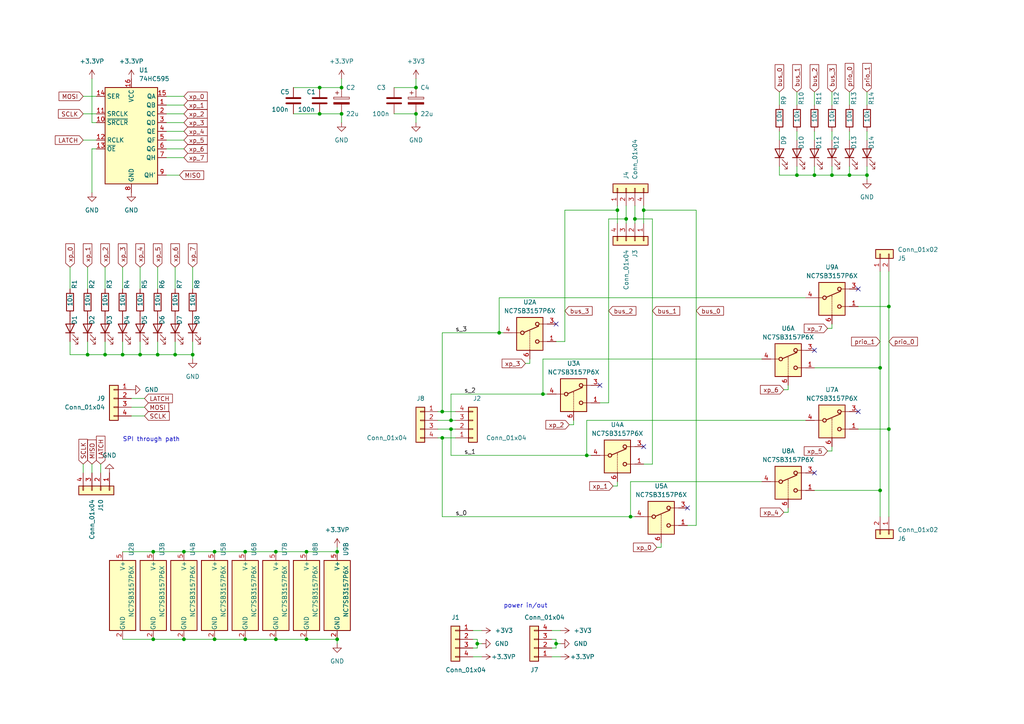
<source format=kicad_sch>
(kicad_sch (version 20230121) (generator eeschema)
  (paper "A4")
  (lib_symbols
    (symbol "74xx:74HC595"
      (property "Reference" "U" (at -7.62 13.97 0))
      (property "Value" "74HC595" (at -7.62 -16.51 0))
      (symbol "74HC595_1_0"
        (pin tri_state line (at 10.16 7.62 180) (length 2.54) (name "QB") (number "1"))
        (pin input line (at -10.16 2.54 0) (length 2.54) (name "~{SRCLR}") (number "10"))
        (pin input line (at -10.16 5.08 0) (length 2.54) (name "SRCLK") (number "11"))
        (pin input line (at -10.16 -2.54 0) (length 2.54) (name "RCLK") (number "12"))
        (pin input line (at -10.16 -5.08 0) (length 2.54) (name "~{OE}") (number "13"))
        (pin input line (at -10.16 10.16 0) (length 2.54) (name "SER") (number "14"))
        (pin tri_state line (at 10.16 10.16 180) (length 2.54) (name "QA") (number "15"))
        (pin power_in line (at 0 15.24 270) (length 2.54) (name "VCC") (number "16"))
        (pin tri_state line (at 10.16 5.08 180) (length 2.54) (name "QC") (number "2"))
        (pin tri_state line (at 10.16 2.54 180) (length 2.54) (name "QD") (number "3"))
        (pin tri_state line (at 10.16 0 180) (length 2.54) (name "QE") (number "4"))
        (pin tri_state line (at 10.16 -2.54 180) (length 2.54) (name "QF") (number "5"))
        (pin tri_state line (at 10.16 -5.08 180) (length 2.54) (name "QG") (number "6"))
        (pin tri_state line (at 10.16 -7.62 180) (length 2.54) (name "QH") (number "7"))
        (pin power_in line (at 0 -17.78 90) (length 2.54) (name "GND") (number "8"))
        (pin output line (at 10.16 -12.7 180) (length 2.54) (name "QH'") (number "9"))
      )
      (symbol "74HC595_1_1"
        (rectangle (start -7.62 12.7) (end 7.62 -15.24) (stroke (width 0.254)) (fill (type background)))
      )
    )
    (symbol "Analog_Switch:NC7SB3157P6X" (pin_names (offset 0.127))
      (property "Reference" "U" (at -3.175 4.699 0))
      (property "Value" "NC7SB3157P6X" (at -3.175 2.921 0))
      (symbol "NC7SB3157P6X_1_1"
        (rectangle (start -3.81 1.905) (end 3.81 -7.62) (stroke (width 0.254)) (fill (type background)))
        (circle (center -2.159 -2.54) (radius 0.508) (stroke (width 0.254)))
        (polyline (pts (xy -5.08 -2.54) (xy -2.794 -2.54)))
        (polyline (pts (xy -1.651 -2.413) (xy 2.54 -0.635)) (stroke (width 0.254)))
        (polyline (pts (xy 0 -7.62) (xy 0 -7.112)))
        (polyline (pts (xy 0 -6.858) (xy 0 -6.604)))
        (polyline (pts (xy 0 -6.35) (xy 0 -6.096)))
        (polyline (pts (xy 0 -5.842) (xy 0 -5.588)))
        (polyline (pts (xy 0 -5.334) (xy 0 -5.08)))
        (polyline (pts (xy 0 -4.826) (xy 0 -4.572)))
        (polyline (pts (xy 0 -4.318) (xy 0 -4.064)))
        (polyline (pts (xy 0 -3.81) (xy 0 -3.556)))
        (polyline (pts (xy 0 -3.302) (xy 0 -3.048)))
        (polyline (pts (xy 0 -2.794) (xy 0 -2.54)))
        (polyline (pts (xy 0 -2.286) (xy 0 -2.032)))
        (polyline (pts (xy 0 -2.286) (xy 0 -2.032)))
        (polyline (pts (xy 5.08 -5.08) (xy 2.794 -5.08)))
        (polyline (pts (xy 5.08 0) (xy 2.794 0)))
        (circle (center 2.159 -5.08) (radius 0.508) (stroke (width 0.254)))
        (circle (center 2.159 0) (radius 0.508) (stroke (width 0.254)))
        (pin passive line (at 7.62 -5.08 180) (length 2.54) (name "~") (number "1"))
        (pin passive line (at 7.62 0 180) (length 2.54) (name "~") (number "3"))
        (pin passive line (at -7.62 -2.54 0) (length 2.54) (name "~") (number "4"))
        (pin input line (at 0 -10.16 90) (length 2.54) (name "~") (number "6"))
      )
      (symbol "NC7SB3157P6X_2_0"
        (pin power_in line (at 0 -12.7 90) (length 2.54) (name "GND") (number "2"))
        (pin power_in line (at 0 12.7 270) (length 2.54) (name "V+") (number "5"))
      )
      (symbol "NC7SB3157P6X_2_1"
        (rectangle (start -3.81 10.16) (end 3.81 -10.16) (stroke (width 0.254)) (fill (type background)))
      )
    )
    (symbol "Connector_Generic:Conn_01x02" (pin_names (offset 1.016) hide)
      (property "Reference" "J" (at 0 2.54 0))
      (property "Value" "Conn_01x02" (at 0 -5.08 0))
      (symbol "Conn_01x02_1_1"
        (rectangle (start -1.27 -2.413) (end 0 -2.667) (stroke (width 0.1524)))
        (rectangle (start -1.27 0.127) (end 0 -0.127) (stroke (width 0.1524)))
        (rectangle (start -1.27 1.27) (end 1.27 -3.81) (stroke (width 0.254)) (fill (type background)))
        (pin passive line (at -5.08 0 0) (length 3.81) (name "Pin_1") (number "1"))
        (pin passive line (at -5.08 -2.54 0) (length 3.81) (name "Pin_2") (number "2"))
      )
    )
    (symbol "Connector_Generic:Conn_01x04" (pin_names (offset 1.016) hide)
      (property "Reference" "J" (at 0 5.08 0))
      (property "Value" "Conn_01x04" (at 0 -7.62 0))
      (symbol "Conn_01x04_1_1"
        (rectangle (start -1.27 -4.953) (end 0 -5.207) (stroke (width 0.1524)))
        (rectangle (start -1.27 -2.413) (end 0 -2.667) (stroke (width 0.1524)))
        (rectangle (start -1.27 0.127) (end 0 -0.127) (stroke (width 0.1524)))
        (rectangle (start -1.27 2.667) (end 0 2.413) (stroke (width 0.1524)))
        (rectangle (start -1.27 3.81) (end 1.27 -6.35) (stroke (width 0.254)) (fill (type background)))
        (pin passive line (at -5.08 2.54 0) (length 3.81) (name "Pin_1") (number "1"))
        (pin passive line (at -5.08 0 0) (length 3.81) (name "Pin_2") (number "2"))
        (pin passive line (at -5.08 -2.54 0) (length 3.81) (name "Pin_3") (number "3"))
        (pin passive line (at -5.08 -5.08 0) (length 3.81) (name "Pin_4") (number "4"))
      )
    )
    (symbol "Device:C" (pin_numbers hide) (pin_names (offset 0.254))
      (property "Reference" "C" (at 0.635 2.54 0))
      (property "Value" "C" (at 0.635 -2.54 0))
      (symbol "C_0_1"
        (polyline (pts (xy -2.032 -0.762) (xy 2.032 -0.762)) (stroke (width 0.508)))
        (polyline (pts (xy -2.032 0.762) (xy 2.032 0.762)) (stroke (width 0.508)))
      )
      (symbol "C_1_1"
        (pin passive line (at 0 3.81 270) (length 2.794) (name "~") (number "1"))
        (pin passive line (at 0 -3.81 90) (length 2.794) (name "~") (number "2"))
      )
    )
    (symbol "Device:C_Polarized" (pin_numbers hide) (pin_names (offset 0.254))
      (property "Reference" "C" (at 0.635 2.54 0))
      (property "Value" "C_Polarized" (at 0.635 -2.54 0))
      (symbol "C_Polarized_0_1"
        (rectangle (start -2.286 0.508) (end 2.286 1.016))
        (polyline (pts (xy -1.778 2.286) (xy -0.762 2.286)))
        (polyline (pts (xy -1.27 2.794) (xy -1.27 1.778)))
        (rectangle (start 2.286 -0.508) (end -2.286 -1.016) (fill (type outline)))
      )
      (symbol "C_Polarized_1_1"
        (pin passive line (at 0 3.81 270) (length 2.794) (name "~") (number "1"))
        (pin passive line (at 0 -3.81 90) (length 2.794) (name "~") (number "2"))
      )
    )
    (symbol "Device:LED" (pin_numbers hide) (pin_names (offset 1.016) hide)
      (property "Reference" "D" (at 0 2.54 0))
      (property "Value" "LED" (at 0 -2.54 0))
      (symbol "LED_0_1"
        (polyline (pts (xy -1.27 -1.27) (xy -1.27 1.27)) (stroke (width 0.254)))
        (polyline (pts (xy -1.27 0) (xy 1.27 0)))
        (polyline (pts (xy 1.27 -1.27) (xy 1.27 1.27) (xy -1.27 0) (xy 1.27 -1.27)) (stroke (width 0.254)))
        (polyline (pts (xy -3.048 -0.762) (xy -4.572 -2.286) (xy -3.81 -2.286) (xy -4.572 -2.286) (xy -4.572 -1.524)))
        (polyline (pts (xy -1.778 -0.762) (xy -3.302 -2.286) (xy -2.54 -2.286) (xy -3.302 -2.286) (xy -3.302 -1.524)))
      )
      (symbol "LED_1_1"
        (pin passive line (at -3.81 0 0) (length 2.54) (name "K") (number "1"))
        (pin passive line (at 3.81 0 180) (length 2.54) (name "A") (number "2"))
      )
    )
    (symbol "Device:R" (pin_numbers hide) (pin_names (offset 0))
      (property "Reference" "R" (at 2.032 0 90))
      (property "Value" "R" (at 0 0 90))
      (symbol "R_0_1"
        (rectangle (start -1.016 -2.54) (end 1.016 2.54) (stroke (width 0.254)))
      )
      (symbol "R_1_1"
        (pin passive line (at 0 3.81 270) (length 1.27) (name "~") (number "1"))
        (pin passive line (at 0 -3.81 90) (length 1.27) (name "~") (number "2"))
      )
    )
    (symbol "power:+3.3VP" (power) (pin_names (offset 0))
      (property "Value" "+3.3VP" (at 0 2.54 0))
      (symbol "+3.3VP_0_0"
        (pin power_in line (at 0 0 90) (length 0) hide (name "+3.3VP") (number "1"))
      )
      (symbol "+3.3VP_0_1"
        (polyline (pts (xy -0.762 1.27) (xy 0 2.54)))
        (polyline (pts (xy 0 0) (xy 0 2.54)))
        (polyline (pts (xy 0 2.54) (xy 0.762 1.27)))
      )
    )
    (symbol "power:+3V3" (power) (pin_names (offset 0))
      (property "Value" "+3V3" (at 0 3.556 0))
      (symbol "+3V3_0_1"
        (polyline (pts (xy -0.762 1.27) (xy 0 2.54)))
        (polyline (pts (xy 0 0) (xy 0 2.54)))
        (polyline (pts (xy 0 2.54) (xy 0.762 1.27)))
      )
      (symbol "+3V3_1_1"
        (pin power_in line (at 0 0 90) (length 0) hide (name "+3V3") (number "1"))
      )
    )
    (symbol "power:GND" (power) (pin_names (offset 0))
      (property "Value" "GND" (at 0 -3.81 0))
      (symbol "GND_0_1"
        (polyline (pts (xy 0 0) (xy 0 -1.27) (xy 1.27 -1.27) (xy 0 -2.54) (xy -1.27 -1.27) (xy 0 -1.27)))
      )
      (symbol "GND_1_1"
        (pin power_in line (at 0 0 270) (length 0) hide (name "GND") (number "1"))
      )
    )
  )
  (junction (at 128.27 127))
  (junction (at 62.23 185.42))
  (junction (at 45.72 102.87))
  (junction (at 99.06 25.4))
  (junction (at 25.4 102.87))
  (junction (at 97.79 185.42))
  (junction (at 184.15 63.5))
  (junction (at 40.64 102.87))
  (junction (at 35.56 102.87))
  (junction (at 92.71 33.02))
  (junction (at 128.27 119.38))
  (junction (at 144.78 96.52))
  (junction (at 50.8 102.87))
  (junction (at 186.69 60.96))
  (junction (at 157.48 114.3))
  (junction (at 53.34 160.02))
  (junction (at 53.34 185.42))
  (junction (at 251.46 50.8))
  (junction (at 99.06 33.02))
  (junction (at 80.01 185.42))
  (junction (at 179.07 60.96))
  (junction (at 130.81 121.92))
  (junction (at 30.48 102.87))
  (junction (at 55.88 102.87))
  (junction (at 62.23 160.02))
  (junction (at 80.01 160.02))
  (junction (at 130.81 124.46))
  (junction (at 255.27 106.68))
  (junction (at 88.9 185.42))
  (junction (at 71.12 185.42))
  (junction (at 88.9 160.02))
  (junction (at 120.65 33.02))
  (junction (at 231.14 50.8))
  (junction (at 257.81 88.9))
  (junction (at 138.43 186.69))
  (junction (at 181.61 63.5))
  (junction (at 246.38 50.8))
  (junction (at 44.45 185.42))
  (junction (at 71.12 160.02))
  (junction (at 44.45 160.02))
  (junction (at 257.81 124.46))
  (junction (at 182.88 149.86))
  (junction (at 92.71 25.4))
  (junction (at 170.18 132.08))
  (junction (at 161.29 186.69))
  (junction (at 236.22 50.8))
  (junction (at 97.79 160.02))
  (junction (at 241.3 50.8))
  (junction (at 255.27 142.24))
  (junction (at 120.65 25.4))
  (no_connect (at 248.92 119.38))
  (no_connect (at 248.92 83.82))
  (no_connect (at 161.29 93.98))
  (no_connect (at 186.69 129.54))
  (no_connect (at 236.22 137.16))
  (no_connect (at 173.99 111.76))
  (no_connect (at 199.39 147.32))
  (no_connect (at 236.22 101.6))
  (wire (pts (xy 236.22 50.8) (xy 241.3 50.8)))
  (wire (pts (xy 85.09 25.4) (xy 92.71 25.4)))
  (wire (pts (xy 20.32 99.06) (xy 20.32 102.87)))
  (wire (pts (xy 53.34 185.42) (xy 62.23 185.42)))
  (wire (pts (xy 236.22 26.67) (xy 236.22 30.48)))
  (wire (pts (xy 25.4 77.47) (xy 25.4 83.82)))
  (wire (pts (xy 24.13 40.64) (xy 27.94 40.64)))
  (wire (pts (xy 246.38 26.67) (xy 246.38 30.48)))
  (wire (pts (xy 45.72 77.47) (xy 45.72 83.82)))
  (wire (pts (xy 226.06 26.67) (xy 226.06 30.48)))
  (wire (pts (xy 181.61 63.5) (xy 181.61 64.77)))
  (wire (pts (xy 240.03 95.25) (xy 241.3 95.25)))
  (wire (pts (xy 40.64 77.47) (xy 40.64 83.82)))
  (wire (pts (xy 157.48 114.3) (xy 157.48 104.14)))
  (wire (pts (xy 48.26 43.18) (xy 53.34 43.18)))
  (wire (pts (xy 184.15 63.5) (xy 184.15 64.77)))
  (wire (pts (xy 35.56 160.02) (xy 44.45 160.02)))
  (wire (pts (xy 201.93 60.96) (xy 201.93 152.4)))
  (wire (pts (xy 160.02 182.88) (xy 162.56 182.88)))
  (wire (pts (xy 24.13 134.62) (xy 24.13 137.16)))
  (wire (pts (xy 127 124.46) (xy 130.81 124.46)))
  (wire (pts (xy 50.8 77.47) (xy 50.8 83.82)))
  (wire (pts (xy 257.81 124.46) (xy 257.81 149.86)))
  (wire (pts (xy 137.16 182.88) (xy 139.7 182.88)))
  (wire (pts (xy 48.26 50.8) (xy 52.07 50.8)))
  (wire (pts (xy 163.83 60.96) (xy 179.07 60.96)))
  (wire (pts (xy 62.23 160.02) (xy 71.12 160.02)))
  (wire (pts (xy 85.09 33.02) (xy 92.71 33.02)))
  (wire (pts (xy 184.15 59.69) (xy 184.15 63.5)))
  (wire (pts (xy 97.79 185.42) (xy 97.79 186.69)))
  (wire (pts (xy 130.81 124.46) (xy 132.08 124.46)))
  (wire (pts (xy 160.02 190.5) (xy 162.56 190.5)))
  (wire (pts (xy 182.88 149.86) (xy 182.88 139.7)))
  (wire (pts (xy 189.23 63.5) (xy 189.23 134.62)))
  (wire (pts (xy 161.29 186.69) (xy 162.56 186.69)))
  (wire (pts (xy 127 119.38) (xy 128.27 119.38)))
  (wire (pts (xy 190.5 158.75) (xy 191.77 158.75)))
  (wire (pts (xy 30.48 99.06) (xy 30.48 102.87)))
  (wire (pts (xy 40.64 102.87) (xy 45.72 102.87)))
  (wire (pts (xy 71.12 160.02) (xy 80.01 160.02)))
  (wire (pts (xy 158.75 114.3) (xy 157.48 114.3)))
  (wire (pts (xy 231.14 48.26) (xy 231.14 50.8)))
  (wire (pts (xy 27.94 35.56) (xy 26.67 35.56)))
  (wire (pts (xy 53.34 160.02) (xy 62.23 160.02)))
  (wire (pts (xy 179.07 60.96) (xy 179.07 64.77)))
  (wire (pts (xy 248.92 88.9) (xy 257.81 88.9)))
  (wire (pts (xy 241.3 95.25) (xy 241.3 93.98)))
  (wire (pts (xy 127 127) (xy 128.27 127)))
  (wire (pts (xy 138.43 187.96) (xy 138.43 186.69)))
  (wire (pts (xy 50.8 102.87) (xy 55.88 102.87)))
  (wire (pts (xy 170.18 121.92) (xy 233.68 121.92)))
  (wire (pts (xy 246.38 38.1) (xy 246.38 40.64)))
  (wire (pts (xy 248.92 124.46) (xy 257.81 124.46)))
  (wire (pts (xy 130.81 132.08) (xy 130.81 124.46)))
  (wire (pts (xy 130.81 114.3) (xy 157.48 114.3)))
  (wire (pts (xy 228.6 148.59) (xy 228.6 147.32)))
  (wire (pts (xy 80.01 160.02) (xy 88.9 160.02)))
  (wire (pts (xy 127 121.92) (xy 130.81 121.92)))
  (wire (pts (xy 241.3 48.26) (xy 241.3 50.8)))
  (wire (pts (xy 236.22 142.24) (xy 255.27 142.24)))
  (wire (pts (xy 170.18 132.08) (xy 170.18 121.92)))
  (wire (pts (xy 130.81 114.3) (xy 130.81 121.92)))
  (wire (pts (xy 44.45 185.42) (xy 53.34 185.42)))
  (wire (pts (xy 199.39 152.4) (xy 201.93 152.4)))
  (wire (pts (xy 25.4 99.06) (xy 25.4 102.87)))
  (wire (pts (xy 80.01 185.42) (xy 88.9 185.42)))
  (wire (pts (xy 227.33 148.59) (xy 228.6 148.59)))
  (wire (pts (xy 30.48 77.47) (xy 30.48 83.82)))
  (wire (pts (xy 251.46 50.8) (xy 251.46 52.07)))
  (wire (pts (xy 55.88 102.87) (xy 55.88 104.14)))
  (wire (pts (xy 26.67 22.86) (xy 26.67 35.56)))
  (wire (pts (xy 114.3 25.4) (xy 120.65 25.4)))
  (wire (pts (xy 240.03 130.81) (xy 241.3 130.81)))
  (wire (pts (xy 128.27 127) (xy 132.08 127)))
  (wire (pts (xy 152.4 105.41) (xy 153.67 105.41)))
  (wire (pts (xy 228.6 113.03) (xy 228.6 111.76)))
  (wire (pts (xy 62.23 185.42) (xy 71.12 185.42)))
  (wire (pts (xy 251.46 26.67) (xy 251.46 30.48)))
  (wire (pts (xy 166.37 123.19) (xy 166.37 121.92)))
  (wire (pts (xy 45.72 99.06) (xy 45.72 102.87)))
  (wire (pts (xy 38.1 115.57) (xy 41.91 115.57)))
  (wire (pts (xy 176.53 63.5) (xy 176.53 116.84)))
  (wire (pts (xy 241.3 38.1) (xy 241.3 40.64)))
  (wire (pts (xy 144.78 86.36) (xy 233.68 86.36)))
  (wire (pts (xy 48.26 40.64) (xy 53.34 40.64)))
  (wire (pts (xy 48.26 27.94) (xy 53.34 27.94)))
  (wire (pts (xy 88.9 160.02) (xy 97.79 160.02)))
  (wire (pts (xy 50.8 99.06) (xy 50.8 102.87)))
  (wire (pts (xy 55.88 99.06) (xy 55.88 102.87)))
  (wire (pts (xy 26.67 134.62) (xy 26.67 137.16)))
  (wire (pts (xy 165.1 123.19) (xy 166.37 123.19)))
  (wire (pts (xy 231.14 50.8) (xy 236.22 50.8)))
  (wire (pts (xy 236.22 48.26) (xy 236.22 50.8)))
  (wire (pts (xy 236.22 38.1) (xy 236.22 40.64)))
  (wire (pts (xy 44.45 160.02) (xy 53.34 160.02)))
  (wire (pts (xy 173.99 116.84) (xy 176.53 116.84)))
  (wire (pts (xy 184.15 63.5) (xy 189.23 63.5)))
  (wire (pts (xy 241.3 50.8) (xy 246.38 50.8)))
  (wire (pts (xy 38.1 120.65) (xy 41.91 120.65)))
  (wire (pts (xy 177.8 140.97) (xy 179.07 140.97)))
  (wire (pts (xy 48.26 33.02) (xy 53.34 33.02)))
  (wire (pts (xy 246.38 50.8) (xy 251.46 50.8)))
  (wire (pts (xy 88.9 185.42) (xy 97.79 185.42)))
  (wire (pts (xy 153.67 105.41) (xy 153.67 104.14)))
  (wire (pts (xy 128.27 149.86) (xy 182.88 149.86)))
  (wire (pts (xy 40.64 99.06) (xy 40.64 102.87)))
  (wire (pts (xy 144.78 96.52) (xy 146.05 96.52)))
  (wire (pts (xy 257.81 78.74) (xy 257.81 88.9)))
  (wire (pts (xy 161.29 186.69) (xy 161.29 185.42)))
  (wire (pts (xy 241.3 26.67) (xy 241.3 30.48)))
  (wire (pts (xy 246.38 48.26) (xy 246.38 50.8)))
  (wire (pts (xy 255.27 142.24) (xy 255.27 106.68)))
  (wire (pts (xy 45.72 102.87) (xy 50.8 102.87)))
  (wire (pts (xy 161.29 187.96) (xy 161.29 186.69)))
  (wire (pts (xy 99.06 22.86) (xy 99.06 25.4)))
  (wire (pts (xy 181.61 59.69) (xy 181.61 63.5)))
  (wire (pts (xy 226.06 48.26) (xy 226.06 50.8)))
  (wire (pts (xy 137.16 190.5) (xy 139.7 190.5)))
  (wire (pts (xy 241.3 130.81) (xy 241.3 129.54)))
  (wire (pts (xy 120.65 33.02) (xy 120.65 35.56)))
  (wire (pts (xy 179.07 140.97) (xy 179.07 139.7)))
  (wire (pts (xy 24.13 27.94) (xy 27.94 27.94)))
  (wire (pts (xy 120.65 22.86) (xy 120.65 25.4)))
  (wire (pts (xy 26.67 43.18) (xy 26.67 55.88)))
  (wire (pts (xy 186.69 59.69) (xy 186.69 60.96)))
  (wire (pts (xy 255.27 78.74) (xy 255.27 106.68)))
  (wire (pts (xy 128.27 96.52) (xy 144.78 96.52)))
  (wire (pts (xy 251.46 50.8) (xy 251.46 48.26)))
  (wire (pts (xy 99.06 33.02) (xy 99.06 35.56)))
  (wire (pts (xy 114.3 33.02) (xy 120.65 33.02)))
  (wire (pts (xy 144.78 96.52) (xy 144.78 86.36)))
  (wire (pts (xy 191.77 158.75) (xy 191.77 157.48)))
  (wire (pts (xy 161.29 99.06) (xy 163.83 99.06)))
  (wire (pts (xy 201.93 60.96) (xy 186.69 60.96)))
  (wire (pts (xy 128.27 149.86) (xy 128.27 127)))
  (wire (pts (xy 227.33 113.03) (xy 228.6 113.03)))
  (wire (pts (xy 161.29 185.42) (xy 160.02 185.42)))
  (wire (pts (xy 186.69 60.96) (xy 186.69 64.77)))
  (wire (pts (xy 226.06 50.8) (xy 231.14 50.8)))
  (wire (pts (xy 179.07 59.69) (xy 179.07 60.96)))
  (wire (pts (xy 137.16 187.96) (xy 138.43 187.96)))
  (wire (pts (xy 128.27 96.52) (xy 128.27 119.38)))
  (wire (pts (xy 48.26 45.72) (xy 53.34 45.72)))
  (wire (pts (xy 20.32 77.47) (xy 20.32 83.82)))
  (wire (pts (xy 251.46 38.1) (xy 251.46 40.64)))
  (wire (pts (xy 97.79 158.75) (xy 97.79 160.02)))
  (wire (pts (xy 255.27 106.68) (xy 236.22 106.68)))
  (wire (pts (xy 35.56 99.06) (xy 35.56 102.87)))
  (wire (pts (xy 182.88 139.7) (xy 220.98 139.7)))
  (wire (pts (xy 255.27 142.24) (xy 255.27 149.86)))
  (wire (pts (xy 163.83 60.96) (xy 163.83 99.06)))
  (wire (pts (xy 130.81 132.08) (xy 170.18 132.08)))
  (wire (pts (xy 226.06 38.1) (xy 226.06 40.64)))
  (wire (pts (xy 38.1 118.11) (xy 41.91 118.11)))
  (wire (pts (xy 157.48 104.14) (xy 220.98 104.14)))
  (wire (pts (xy 92.71 25.4) (xy 99.06 25.4)))
  (wire (pts (xy 257.81 124.46) (xy 257.81 88.9)))
  (wire (pts (xy 184.15 149.86) (xy 182.88 149.86)))
  (wire (pts (xy 24.13 33.02) (xy 27.94 33.02)))
  (wire (pts (xy 35.56 185.42) (xy 44.45 185.42)))
  (wire (pts (xy 55.88 77.47) (xy 55.88 83.82)))
  (wire (pts (xy 30.48 102.87) (xy 35.56 102.87)))
  (wire (pts (xy 128.27 119.38) (xy 132.08 119.38)))
  (wire (pts (xy 25.4 102.87) (xy 30.48 102.87)))
  (wire (pts (xy 35.56 102.87) (xy 40.64 102.87)))
  (wire (pts (xy 92.71 33.02) (xy 99.06 33.02)))
  (wire (pts (xy 48.26 30.48) (xy 53.34 30.48)))
  (wire (pts (xy 29.21 134.62) (xy 29.21 137.16)))
  (wire (pts (xy 48.26 35.56) (xy 53.34 35.56)))
  (wire (pts (xy 35.56 77.47) (xy 35.56 83.82)))
  (wire (pts (xy 231.14 38.1) (xy 231.14 40.64)))
  (wire (pts (xy 20.32 102.87) (xy 25.4 102.87)))
  (wire (pts (xy 160.02 187.96) (xy 161.29 187.96)))
  (wire (pts (xy 138.43 185.42) (xy 137.16 185.42)))
  (wire (pts (xy 171.45 132.08) (xy 170.18 132.08)))
  (wire (pts (xy 186.69 134.62) (xy 189.23 134.62)))
  (wire (pts (xy 138.43 186.69) (xy 138.43 185.42)))
  (wire (pts (xy 27.94 43.18) (xy 26.67 43.18)))
  (wire (pts (xy 138.43 186.69) (xy 139.7 186.69)))
  (wire (pts (xy 231.14 26.67) (xy 231.14 30.48)))
  (wire (pts (xy 71.12 185.42) (xy 80.01 185.42)))
  (wire (pts (xy 130.81 121.92) (xy 132.08 121.92)))
  (wire (pts (xy 48.26 38.1) (xy 53.34 38.1)))
  (wire (pts (xy 176.53 63.5) (xy 181.61 63.5)))
  (text "SPI through path" (at 35.56 128.27 0) (effects (font (size 1.27 1.27)) (justify left bottom)))
  (text "power in/out" (at 146.05 176.53 0) (effects (font (size 1.27 1.27)) (justify left bottom)))
  (label "s_0" (at 132.08 149.86 0))
  (label "s_3" (at 132.08 96.52 0))
  (label "s_1" (at 134.62 132.08 0))
  (label "s_2" (at 134.62 114.3 0))
  (global_label "xp_2" (shape input) (at 53.34 33.02 0) (property "Intersheetrefs" "${INTERSHEET_REFS}" (effects hide)))
  (global_label "xp_4" (shape input) (at 53.34 38.1 0) (property "Intersheetrefs" "${INTERSHEET_REFS}" (effects hide)))
  (global_label "xp_7" (shape input) (at 53.34 45.72 0) (property "Intersheetrefs" "${INTERSHEET_REFS}" (effects hide)))
  (global_label "xp_3" (shape input) (at 152.4 105.41 180) (property "Intersheetrefs" "${INTERSHEET_REFS}" (effects hide)))
  (global_label "xp_4" (shape input) (at 40.64 77.47 90) (property "Intersheetrefs" "${INTERSHEET_REFS}" (effects hide)))
  (global_label "bus_3" (shape input) (at 163.83 90.17 0) (property "Intersheetrefs" "${INTERSHEET_REFS}" (effects hide)))
  (global_label "bus_2" (shape input) (at 176.53 90.17 0) (property "Intersheetrefs" "${INTERSHEET_REFS}" (effects hide)))
  (global_label "xp_5" (shape input) (at 53.34 40.64 0) (property "Intersheetrefs" "${INTERSHEET_REFS}" (effects hide)))
  (global_label "xp_1" (shape input) (at 53.34 30.48 0) (property "Intersheetrefs" "${INTERSHEET_REFS}" (effects hide)))
  (global_label "xp_3" (shape input) (at 53.34 35.56 0) (property "Intersheetrefs" "${INTERSHEET_REFS}" (effects hide)))
  (global_label "xp_0" (shape input) (at 20.32 77.47 90) (property "Intersheetrefs" "${INTERSHEET_REFS}" (effects hide)))
  (global_label "xp_3" (shape input) (at 35.56 77.47 90) (property "Intersheetrefs" "${INTERSHEET_REFS}" (effects hide)))
  (global_label "xp_7" (shape input) (at 55.88 77.47 90) (property "Intersheetrefs" "${INTERSHEET_REFS}" (effects hide)))
  (global_label "prio_0" (shape input) (at 257.81 99.06 0) (property "Intersheetrefs" "${INTERSHEET_REFS}" (effects hide)))
  (global_label "SCLK" (shape input) (at 24.13 134.62 90) (property "Intersheetrefs" "${INTERSHEET_REFS}" (effects hide)))
  (global_label "LATCH" (shape input) (at 29.21 134.62 90) (property "Intersheetrefs" "${INTERSHEET_REFS}" (effects hide)))
  (global_label "bus_1" (shape input) (at 189.23 90.17 0) (property "Intersheetrefs" "${INTERSHEET_REFS}" (effects hide)))
  (global_label "xp_1" (shape input) (at 25.4 77.47 90) (property "Intersheetrefs" "${INTERSHEET_REFS}" (effects hide)))
  (global_label "xp_6" (shape input) (at 50.8 77.47 90) (property "Intersheetrefs" "${INTERSHEET_REFS}" (effects hide)))
  (global_label "xp_2" (shape input) (at 165.1 123.19 180) (property "Intersheetrefs" "${INTERSHEET_REFS}" (effects hide)))
  (global_label "bus_3" (shape input) (at 241.3 26.67 90) (property "Intersheetrefs" "${INTERSHEET_REFS}" (effects hide)))
  (global_label "prio_1" (shape input) (at 251.46 26.67 90) (property "Intersheetrefs" "${INTERSHEET_REFS}" (effects hide)))
  (global_label "xp_6" (shape input) (at 227.33 113.03 180) (property "Intersheetrefs" "${INTERSHEET_REFS}" (effects hide)))
  (global_label "xp_2" (shape input) (at 30.48 77.47 90) (property "Intersheetrefs" "${INTERSHEET_REFS}" (effects hide)))
  (global_label "SCLK" (shape input) (at 41.91 120.65 0) (property "Intersheetrefs" "${INTERSHEET_REFS}" (effects hide)))
  (global_label "xp_4" (shape input) (at 227.33 148.59 180) (property "Intersheetrefs" "${INTERSHEET_REFS}" (effects hide)))
  (global_label "xp_6" (shape input) (at 53.34 43.18 0) (property "Intersheetrefs" "${INTERSHEET_REFS}" (effects hide)))
  (global_label "xp_0" (shape input) (at 190.5 158.75 180) (property "Intersheetrefs" "${INTERSHEET_REFS}" (effects hide)))
  (global_label "prio_1" (shape input) (at 255.27 99.06 180) (property "Intersheetrefs" "${INTERSHEET_REFS}" (effects hide)))
  (global_label "MISO" (shape input) (at 52.07 50.8 0) (property "Intersheetrefs" "${INTERSHEET_REFS}" (effects hide)))
  (global_label "LATCH" (shape input) (at 24.13 40.64 180) (property "Intersheetrefs" "${INTERSHEET_REFS}" (effects hide)))
  (global_label "LATCH" (shape input) (at 41.91 115.57 0) (property "Intersheetrefs" "${INTERSHEET_REFS}" (effects hide)))
  (global_label "bus_2" (shape input) (at 236.22 26.67 90) (property "Intersheetrefs" "${INTERSHEET_REFS}" (effects hide)))
  (global_label "MOSI" (shape input) (at 24.13 27.94 180) (property "Intersheetrefs" "${INTERSHEET_REFS}" (effects hide)))
  (global_label "xp_0" (shape input) (at 53.34 27.94 0) (property "Intersheetrefs" "${INTERSHEET_REFS}" (effects hide)))
  (global_label "xp_7" (shape input) (at 240.03 95.25 180) (property "Intersheetrefs" "${INTERSHEET_REFS}" (effects hide)))
  (global_label "bus_1" (shape input) (at 231.14 26.67 90) (property "Intersheetrefs" "${INTERSHEET_REFS}" (effects hide)))
  (global_label "xp_1" (shape input) (at 177.8 140.97 180) (property "Intersheetrefs" "${INTERSHEET_REFS}" (effects hide)))
  (global_label "MOSI" (shape input) (at 41.91 118.11 0) (property "Intersheetrefs" "${INTERSHEET_REFS}" (effects hide)))
  (global_label "bus_0" (shape input) (at 226.06 26.67 90) (property "Intersheetrefs" "${INTERSHEET_REFS}" (effects hide)))
  (global_label "SCLK" (shape input) (at 24.13 33.02 180) (property "Intersheetrefs" "${INTERSHEET_REFS}" (effects hide)))
  (global_label "bus_0" (shape input) (at 201.93 90.17 0) (property "Intersheetrefs" "${INTERSHEET_REFS}" (effects hide)))
  (global_label "prio_0" (shape input) (at 246.38 26.67 90) (property "Intersheetrefs" "${INTERSHEET_REFS}" (effects hide)))
  (global_label "MISO" (shape input) (at 26.67 134.62 90) (property "Intersheetrefs" "${INTERSHEET_REFS}" (effects hide)))
  (global_label "xp_5" (shape input) (at 45.72 77.47 90) (property "Intersheetrefs" "${INTERSHEET_REFS}" (effects hide)))
  (global_label "xp_5" (shape input) (at 240.03 130.81 180) (property "Intersheetrefs" "${INTERSHEET_REFS}" (effects hide)))
  (symbol (lib_id "power:GND") (at 162.56 186.69 90) (unit 1)
    (property "Reference" "#PWR012" (effects hide))
    (property "Value" "GND" (at 166.37 186.69 90) (effects (justify right)))
  )
  (symbol (lib_id "Analog_Switch:NC7SB3157P6X") (at 71.12 172.72 0) (unit 2)
    (property "Reference" "U6" (at 73.66 161.29 90) (effects (justify left)))
    (property "Value" "NC7SB3157P6X" (at 73.66 179.07 90) (effects (justify left)))
    (property "Footprint" "Package_TO_SOT_SMD:SOT-363_SC-70-6" (effects hide))
    (property "Datasheet" "https://www.onsemi.com/pub/Collateral/NC7SB3157-D.PDF" (effects hide))
    (property "JLCPCB Part #" "C2944066" (effects hide))
    (property "Package" "SC-70-6" (effects hide))
    (property "Part Nr." "BL1551B" (effects hide))
  )
  (symbol (lib_id "Device:LED") (at 231.14 44.45 90) (unit 1)
    (property "Reference" "D10" (at 232.41 39.37 0) (effects (justify right)))
    (property "Value" "LED (blue)" (effects hide))
    (property "Footprint" "LED_SMD:LED_0603_1608Metric" (effects hide))
    (property "JLCPCB Part #" "C72041" (effects hide))
    (property "Part Nr." "19-217/BHC-ZL1M2RY/3T" (effects hide))
  )
  (symbol (lib_id "Connector_Generic:Conn_01x04") (at 33.02 115.57 0) (mirror y) (unit 1)
    (property "Reference" "J9" (at 30.48 115.57 0) (effects (justify left)))
    (property "Value" "Conn_01x04" (at 30.48 118.11 0) (effects (justify left)))
    (property "Footprint" "Connector_PinHeader_2.54mm:PinHeader_1x04_P2.54mm_Horizontal" (effects hide))
  )
  (symbol (lib_id "Analog_Switch:NC7SB3157P6X") (at 97.79 172.72 0) (unit 2)
    (property "Reference" "U9" (at 100.33 161.29 90) (effects (justify left)))
    (property "Value" "NC7SB3157P6X" (at 100.33 179.07 90) (effects (justify left)))
    (property "Footprint" "Package_TO_SOT_SMD:SOT-363_SC-70-6" (effects hide))
    (property "Datasheet" "https://www.onsemi.com/pub/Collateral/NC7SB3157-D.PDF" (effects hide))
    (property "JLCPCB Part #" "C2944066" (effects hide))
    (property "Package" "SC-70-6" (effects hide))
    (property "Part Nr." "BL1551B" (effects hide))
  )
  (symbol (lib_id "Connector_Generic:Conn_01x04") (at 121.92 121.92 0) (mirror y) (unit 1)
    (property "Reference" "J8" (at 123.19 115.57 0) (effects (justify left)))
    (property "Value" "Conn_01x04" (at 118.11 127 0) (effects (justify left)))
    (property "Footprint" "Connector_PinHeader_2.54mm:PinHeader_1x04_P2.54mm_Horizontal" (effects hide))
    (property "JLCPCB Part #" "do not place" (effects hide))
    (property "Part Nr." "do not place" (effects hide))
    (property "JLCPCB Alt #" "do not place" (effects hide))
  )
  (symbol (lib_id "Analog_Switch:NC7SB3157P6X") (at 166.37 111.76 0) (unit 1)
    (property "Reference" "U3" (at 166.37 105.41 0))
    (property "Value" "NC7SB3157P6X" (at 166.37 107.95 0))
    (property "Footprint" "Package_TO_SOT_SMD:SOT-363_SC-70-6" (effects hide))
    (property "Datasheet" "https://www.onsemi.com/pub/Collateral/NC7SB3157-D.PDF" (effects hide))
    (property "JLCPCB Part #" "C2944066" (effects hide))
    (property "Package" "SC-70-6" (effects hide))
    (property "Part Nr." "BL1551B" (effects hide))
  )
  (symbol (lib_id "Device:R") (at 40.64 87.63 0) (unit 1)
    (property "Reference" "R5" (at 41.91 83.82 90) (effects (justify left)))
    (property "Value" "10k" (at 40.64 88.9 90) (effects (justify left)))
    (property "Footprint" "Resistor_SMD:R_0603_1608Metric" (effects hide))
    (property "JLCPCB Part #" "C25804" (effects hide))
    (property "Part Nr." "0603WAF1002T5E" (effects hide))
  )
  (symbol (lib_id "power:GND") (at 120.65 35.56 0) (unit 1)
    (property "Reference" "#PWR017" (effects hide))
    (property "Value" "GND" (at 120.65 40.64 0))
  )
  (symbol (lib_id "Analog_Switch:NC7SB3157P6X") (at 228.6 101.6 0) (unit 1)
    (property "Reference" "U6" (at 228.6 95.25 0))
    (property "Value" "NC7SB3157P6X" (at 228.6 97.79 0))
    (property "Footprint" "Package_TO_SOT_SMD:SOT-363_SC-70-6" (effects hide))
    (property "Datasheet" "https://www.onsemi.com/pub/Collateral/NC7SB3157-D.PDF" (effects hide))
    (property "JLCPCB Part #" "C2944066" (effects hide))
    (property "Package" "SC-70-6" (effects hide))
    (property "Part Nr." "BL1551B" (effects hide))
  )
  (symbol (lib_id "power:GND") (at 99.06 35.56 0) (unit 1)
    (property "Reference" "#PWR015" (effects hide))
    (property "Value" "GND" (at 99.06 40.64 0))
  )
  (symbol (lib_id "Connector_Generic:Conn_01x04") (at 132.08 185.42 0) (mirror y) (unit 1)
    (property "Reference" "J1" (at 133.35 179.07 0) (effects (justify left)))
    (property "Value" "Conn_01x04" (at 140.97 194.31 0) (effects (justify left)))
    (property "Footprint" "Connector_PinHeader_2.54mm:PinHeader_1x04_P2.54mm_Horizontal" (effects hide))
    (property "JLCPCB Part #" "do not place" (effects hide))
    (property "Part Nr." "do not place" (effects hide))
    (property "JLCPCB Alt #" "do not place" (effects hide))
  )
  (symbol (lib_id "Connector_Generic:Conn_01x04") (at 181.61 54.61 90) (unit 1)
    (property "Reference" "J4" (at 181.61 52.07 0) (effects (justify left)))
    (property "Value" "Conn_01x04" (at 184.15 52.07 0) (effects (justify left)))
    (property "Footprint" "Connector_PinHeader_2.54mm:PinHeader_1x04_P2.54mm_Horizontal" (effects hide))
  )
  (symbol (lib_id "Device:C_Polarized") (at 99.06 29.21 0) (unit 1)
    (property "Reference" "C2" (at 100.33 25.4 0) (effects (justify left)))
    (property "Value" "22u" (at 100.33 33.02 0) (effects (justify left)))
    (property "Footprint" "Resistor_SMD:R_1206_3216Metric" (effects hide))
    (property "Dielectric" "X5R" (effects hide))
    (property "JLCPCB Part #" "C12891" (effects hide))
    (property "Part Nr." "CL31A226KAHNNNE" (effects hide))
    (property "Voltage" "25" (effects hide))
  )
  (symbol (lib_id "power:+3V3") (at 162.56 182.88 270) (unit 1)
    (property "Reference" "#PWR011" (effects hide))
    (property "Value" "+3V3" (at 166.37 182.88 90) (effects (justify left)))
  )
  (symbol (lib_id "Analog_Switch:NC7SB3157P6X") (at 191.77 147.32 0) (unit 1)
    (property "Reference" "U5" (at 191.77 140.97 0))
    (property "Value" "NC7SB3157P6X" (at 191.77 143.51 0))
    (property "Footprint" "Package_TO_SOT_SMD:SOT-363_SC-70-6" (effects hide))
    (property "Datasheet" "https://www.onsemi.com/pub/Collateral/NC7SB3157-D.PDF" (effects hide))
    (property "JLCPCB Part #" "C2944066" (effects hide))
    (property "Package" "SC-70-6" (effects hide))
    (property "Part Nr." "BL1551B" (effects hide))
  )
  (symbol (lib_id "power:+3V3") (at 120.65 22.86 0) (unit 1)
    (property "Reference" "#PWR016" (effects hide))
    (property "Value" "+3V3" (at 120.65 17.78 0))
  )
  (symbol (lib_id "power:GND") (at 97.79 186.69 0) (unit 1)
    (property "Reference" "#PWR019" (effects hide))
    (property "Value" "GND" (at 97.79 191.77 0))
  )
  (symbol (lib_id "power:GND") (at 31.75 137.16 180) (unit 1)
    (property "Reference" "#PWR06" (effects hide))
    (property "Value" "GND" (at 31.75 132.08 0))
  )
  (symbol (lib_id "power:GND") (at 55.88 104.14 0) (unit 1)
    (property "Reference" "#PWR01" (effects hide))
    (property "Value" "GND" (at 55.88 109.22 0))
  )
  (symbol (lib_id "Device:R") (at 231.14 34.29 0) (unit 1)
    (property "Reference" "R10" (at 232.41 30.48 90) (effects (justify left)))
    (property "Value" "10k" (at 231.14 35.56 90) (effects (justify left)))
    (property "Footprint" "Resistor_SMD:R_0603_1608Metric" (effects hide))
    (property "JLCPCB Part #" "C25804" (effects hide))
    (property "Part Nr." "0603WAF1002T5E" (effects hide))
  )
  (symbol (lib_id "Device:R") (at 30.48 87.63 0) (unit 1)
    (property "Reference" "R3" (at 31.75 83.82 90) (effects (justify left)))
    (property "Value" "10k" (at 30.48 88.9 90) (effects (justify left)))
    (property "Footprint" "Resistor_SMD:R_0603_1608Metric" (effects hide))
    (property "JLCPCB Part #" "C25804" (effects hide))
    (property "Part Nr." "0603WAF1002T5E" (effects hide))
  )
  (symbol (lib_id "Device:R") (at 226.06 34.29 0) (unit 1)
    (property "Reference" "R9" (at 227.33 30.48 90) (effects (justify left)))
    (property "Value" "10k" (at 226.06 35.56 90) (effects (justify left)))
    (property "Footprint" "Resistor_SMD:R_0603_1608Metric" (effects hide))
    (property "JLCPCB Part #" "C25804" (effects hide))
    (property "Part Nr." "0603WAF1002T5E" (effects hide))
  )
  (symbol (lib_id "power:+3V3") (at 139.7 182.88 270) (unit 1)
    (property "Reference" "#PWR08" (effects hide))
    (property "Value" "+3V3" (at 143.51 182.88 90) (effects (justify left)))
  )
  (symbol (lib_id "Connector_Generic:Conn_01x04") (at 29.21 142.24 270) (unit 1)
    (property "Reference" "J10" (at 29.21 144.78 0) (effects (justify left)))
    (property "Value" "Conn_01x04" (at 26.67 144.78 0) (effects (justify left)))
    (property "Footprint" "Connector_PinHeader_2.54mm:PinHeader_1x04_P2.54mm_Horizontal" (effects hide))
  )
  (symbol (lib_id "Device:R") (at 20.32 87.63 0) (unit 1)
    (property "Reference" "R1" (at 21.59 83.82 90) (effects (justify left)))
    (property "Value" "10k" (at 20.32 88.9 90) (effects (justify left)))
    (property "Footprint" "Resistor_SMD:R_0603_1608Metric" (effects hide))
    (property "JLCPCB Part #" "C25804" (effects hide))
    (property "Part Nr." "0603WAF1002T5E" (effects hide))
  )
  (symbol (lib_id "power:GND") (at 251.46 52.07 0) (unit 1)
    (property "Reference" "#PWR020" (effects hide))
    (property "Value" "GND" (at 251.46 57.15 0))
  )
  (symbol (lib_id "Device:C") (at 92.71 29.21 0) (unit 1)
    (property "Reference" "C1" (at 88.9 26.67 0) (effects (justify left)))
    (property "Value" "100n" (at 86.36 31.75 0) (effects (justify left)))
    (property "Footprint" "Capacitor_SMD:C_0603_1608Metric" (effects hide))
    (property "JLCPCB Part #" "C14663" (effects hide))
    (property "Part Nr." "CC0603KRX7R9BB104" (effects hide))
    (property "Dielectric" "X7R" (effects hide))
    (property "Voltage" "50" (effects hide))
  )
  (symbol (lib_id "Analog_Switch:NC7SB3157P6X") (at 53.34 172.72 0) (unit 2)
    (property "Reference" "U4" (at 55.88 161.29 90) (effects (justify left)))
    (property "Value" "NC7SB3157P6X" (at 55.88 179.07 90) (effects (justify left)))
    (property "Footprint" "Package_TO_SOT_SMD:SOT-363_SC-70-6" (effects hide))
    (property "Datasheet" "https://www.onsemi.com/pub/Collateral/NC7SB3157-D.PDF" (effects hide))
    (property "JLCPCB Part #" "C2944066" (effects hide))
    (property "Package" "SC-70-6" (effects hide))
    (property "Part Nr." "BL1551B" (effects hide))
  )
  (symbol (lib_id "Device:LED") (at 241.3 44.45 90) (unit 1)
    (property "Reference" "D12" (at 242.57 39.37 0) (effects (justify right)))
    (property "Value" "LED (blue)" (effects hide))
    (property "Footprint" "LED_SMD:LED_0603_1608Metric" (effects hide))
    (property "JLCPCB Part #" "C72041" (effects hide))
    (property "Part Nr." "19-217/BHC-ZL1M2RY/3T" (effects hide))
  )
  (symbol (lib_id "Device:R") (at 35.56 87.63 0) (unit 1)
    (property "Reference" "R4" (at 36.83 83.82 90) (effects (justify left)))
    (property "Value" "10k" (at 35.56 88.9 90) (effects (justify left)))
    (property "Footprint" "Resistor_SMD:R_0603_1608Metric" (effects hide))
    (property "JLCPCB Part #" "C25804" (effects hide))
    (property "Part Nr." "0603WAF1002T5E" (effects hide))
  )
  (symbol (lib_id "Analog_Switch:NC7SB3157P6X") (at 62.23 172.72 0) (unit 2)
    (property "Reference" "U5" (at 64.77 161.29 90) (effects (justify left)))
    (property "Value" "NC7SB3157P6X" (at 64.77 179.07 90) (effects (justify left)))
    (property "Footprint" "Package_TO_SOT_SMD:SOT-363_SC-70-6" (effects hide))
    (property "Datasheet" "https://www.onsemi.com/pub/Collateral/NC7SB3157-D.PDF" (effects hide))
    (property "JLCPCB Part #" "C2944066" (effects hide))
    (property "Package" "SC-70-6" (effects hide))
    (property "Part Nr." "BL1551B" (effects hide))
  )
  (symbol (lib_id "Analog_Switch:NC7SB3157P6X") (at 241.3 83.82 0) (unit 1)
    (property "Reference" "U9" (at 241.3 77.47 0))
    (property "Value" "NC7SB3157P6X" (at 241.3 80.01 0))
    (property "Footprint" "Package_TO_SOT_SMD:SOT-363_SC-70-6" (effects hide))
    (property "Datasheet" "https://www.onsemi.com/pub/Collateral/NC7SB3157-D.PDF" (effects hide))
    (property "JLCPCB Part #" "C2944066" (effects hide))
    (property "Package" "SC-70-6" (effects hide))
    (property "Part Nr." "BL1551B" (effects hide))
  )
  (symbol (lib_id "Device:R") (at 236.22 34.29 0) (unit 1)
    (property "Reference" "R11" (at 237.49 30.48 90) (effects (justify left)))
    (property "Value" "10k" (at 236.22 35.56 90) (effects (justify left)))
    (property "Footprint" "Resistor_SMD:R_0603_1608Metric" (effects hide))
    (property "JLCPCB Part #" "C25804" (effects hide))
    (property "Part Nr." "0603WAF1002T5E" (effects hide))
  )
  (symbol (lib_id "power:GND") (at 38.1 113.03 90) (unit 1)
    (property "Reference" "#PWR05" (effects hide))
    (property "Value" "GND" (at 41.91 113.03 90) (effects (justify right)))
  )
  (symbol (lib_id "Device:LED") (at 55.88 95.25 90) (unit 1)
    (property "Reference" "D8" (at 57.15 91.44 0) (effects (justify right)))
    (property "Value" "LED (green)" (effects hide))
    (property "Footprint" "LED_SMD:LED_0805_2012Metric" (effects hide))
    (property "JLCPCB Part #" "C2297" (effects hide))
    (property "Part Nr." "C2297" (effects hide))
  )
  (symbol (lib_id "Device:C") (at 85.09 29.21 0) (unit 1)
    (property "Reference" "C5" (at 81.28 26.67 0) (effects (justify left)))
    (property "Value" "100n" (at 78.74 31.75 0) (effects (justify left)))
    (property "Footprint" "Capacitor_SMD:C_0603_1608Metric" (effects hide))
    (property "JLCPCB Part #" "C14663" (effects hide))
    (property "Part Nr." "CC0603KRX7R9BB104" (effects hide))
    (property "Dielectric" "X7R" (effects hide))
    (property "Voltage" "50" (effects hide))
  )
  (symbol (lib_id "power:+3.3VP") (at 99.06 22.86 0) (unit 1)
    (property "Reference" "#PWR014" (effects hide))
    (property "Value" "+3.3VP" (at 99.06 17.78 0))
  )
  (symbol (lib_id "Analog_Switch:NC7SB3157P6X") (at 44.45 172.72 0) (unit 2)
    (property "Reference" "U3" (at 46.99 161.29 90) (effects (justify left)))
    (property "Value" "NC7SB3157P6X" (at 46.99 179.07 90) (effects (justify left)))
    (property "Footprint" "Package_TO_SOT_SMD:SOT-363_SC-70-6" (effects hide))
    (property "Datasheet" "https://www.onsemi.com/pub/Collateral/NC7SB3157-D.PDF" (effects hide))
    (property "JLCPCB Part #" "C2944066" (effects hide))
    (property "Package" "SC-70-6" (effects hide))
    (property "Part Nr." "BL1551B" (effects hide))
  )
  (symbol (lib_id "Connector_Generic:Conn_01x04") (at 137.16 124.46 0) (mirror x) (unit 1)
    (property "Reference" "J2" (at 137.16 115.57 0) (effects (justify left)))
    (property "Value" "Conn_01x04" (at 140.97 127 0) (effects (justify left)))
    (property "Footprint" "Connector_PinHeader_2.54mm:PinHeader_1x04_P2.54mm_Horizontal" (effects hide))
  )
  (symbol (lib_id "Analog_Switch:NC7SB3157P6X") (at 88.9 172.72 0) (unit 2)
    (property "Reference" "U8" (at 91.44 161.29 90) (effects (justify left)))
    (property "Value" "NC7SB3157P6X" (at 91.44 179.07 90) (effects (justify left)))
    (property "Footprint" "Package_TO_SOT_SMD:SOT-363_SC-70-6" (effects hide))
    (property "Datasheet" "https://www.onsemi.com/pub/Collateral/NC7SB3157-D.PDF" (effects hide))
    (property "JLCPCB Part #" "C2944066" (effects hide))
    (property "Package" "SC-70-6" (effects hide))
    (property "Part Nr." "BL1551B" (effects hide))
  )
  (symbol (lib_id "Connector_Generic:Conn_01x04") (at 154.94 187.96 180) (unit 1)
    (property "Reference" "J7" (at 156.21 194.31 0) (effects (justify left)))
    (property "Value" "Conn_01x04" (at 163.83 179.07 0) (effects (justify left)))
    (property "Footprint" "Connector_PinHeader_2.54mm:PinHeader_1x04_P2.54mm_Horizontal" (effects hide))
    (property "JLCPCB Part #" "do not place" (effects hide))
    (property "Part Nr." "do not place" (effects hide))
    (property "JLCPCB Alt #" "do not place" (effects hide))
  )
  (symbol (lib_id "power:+3.3VP") (at 162.56 190.5 270) (unit 1)
    (property "Reference" "#PWR013" (effects hide))
    (property "Value" "+3.3VP" (at 168.91 190.5 90))
  )
  (symbol (lib_id "Device:LED") (at 45.72 95.25 90) (unit 1)
    (property "Reference" "D6" (at 46.99 91.44 0) (effects (justify right)))
    (property "Value" "LED (green)" (effects hide))
    (property "Footprint" "LED_SMD:LED_0805_2012Metric" (effects hide))
    (property "JLCPCB Part #" "C2297" (effects hide))
    (property "Part Nr." "C2297" (effects hide))
  )
  (symbol (lib_id "Device:LED") (at 35.56 95.25 90) (unit 1)
    (property "Reference" "D4" (at 36.83 91.44 0) (effects (justify right)))
    (property "Value" "LED (green)" (effects hide))
    (property "Footprint" "LED_SMD:LED_0805_2012Metric" (effects hide))
    (property "JLCPCB Part #" "C2297" (effects hide))
    (property "Part Nr." "C2297" (effects hide))
  )
  (symbol (lib_id "Device:C_Polarized") (at 120.65 29.21 0) (unit 1)
    (property "Reference" "C4" (at 121.92 25.4 0) (effects (justify left)))
    (property "Value" "22u" (at 121.92 33.02 0) (effects (justify left)))
    (property "Footprint" "Resistor_SMD:R_1206_3216Metric" (effects hide))
    (property "Dielectric" "X5R" (effects hide))
    (property "JLCPCB Part #" "C12891" (effects hide))
    (property "Part Nr." "CL31A226KAHNNNE" (effects hide))
    (property "Voltage" "25" (effects hide))
  )
  (symbol (lib_id "Connector_Generic:Conn_01x02") (at 255.27 73.66 90) (unit 1)
    (property "Reference" "J5" (at 260.35 74.93 90) (effects (justify right)))
    (property "Value" "Conn_01x02" (at 260.35 72.39 90) (effects (justify right)))
    (property "Footprint" "Connector_PinHeader_2.54mm:PinHeader_1x02_P2.54mm_Horizontal" (effects hide))
  )
  (symbol (lib_id "power:GND") (at 26.67 55.88 0) (unit 1)
    (property "Reference" "#PWR04" (effects hide))
    (property "Value" "GND" (at 26.67 60.96 0))
  )
  (symbol (lib_id "power:+3.3VP") (at 26.67 22.86 0) (unit 1)
    (property "Reference" "#PWR07" (effects hide))
    (property "Value" "+3.3VP" (at 26.67 17.78 0))
  )
  (symbol (lib_id "power:GND") (at 38.1 55.88 0) (unit 1)
    (property "Reference" "#PWR03" (effects hide))
    (property "Value" "GND" (at 38.1 60.96 0))
  )
  (symbol (lib_id "Device:LED") (at 30.48 95.25 90) (unit 1)
    (property "Reference" "D3" (at 31.75 91.44 0) (effects (justify right)))
    (property "Value" "LED (green)" (effects hide))
    (property "Footprint" "LED_SMD:LED_0805_2012Metric" (effects hide))
    (property "JLCPCB Part #" "C2297" (effects hide))
    (property "Part Nr." "C2297" (effects hide))
  )
  (symbol (lib_id "Analog_Switch:NC7SB3157P6X") (at 228.6 137.16 0) (unit 1)
    (property "Reference" "U8" (at 228.6 130.81 0))
    (property "Value" "NC7SB3157P6X" (at 228.6 133.35 0))
    (property "Footprint" "Package_TO_SOT_SMD:SOT-363_SC-70-6" (effects hide))
    (property "Datasheet" "https://www.onsemi.com/pub/Collateral/NC7SB3157-D.PDF" (effects hide))
    (property "JLCPCB Part #" "C2944066" (effects hide))
    (property "Package" "SC-70-6" (effects hide))
    (property "Part Nr." "BL1551B" (effects hide))
  )
  (symbol (lib_id "Device:R") (at 241.3 34.29 0) (unit 1)
    (property "Reference" "R12" (at 242.57 30.48 90) (effects (justify left)))
    (property "Value" "10k" (at 241.3 35.56 90) (effects (justify left)))
    (property "Footprint" "Resistor_SMD:R_0603_1608Metric" (effects hide))
    (property "JLCPCB Part #" "C25804" (effects hide))
    (property "Part Nr." "0603WAF1002T5E" (effects hide))
  )
  (symbol (lib_id "power:+3.3VP") (at 97.79 158.75 0) (unit 1)
    (property "Reference" "#PWR018" (effects hide))
    (property "Value" "+3.3VP" (at 97.79 153.67 0))
  )
  (symbol (lib_id "Device:LED") (at 251.46 44.45 90) (unit 1)
    (property "Reference" "D14" (at 252.73 39.37 0) (effects (justify right)))
    (property "Value" "LED (blue)" (effects hide))
    (property "Footprint" "LED_SMD:LED_0603_1608Metric" (effects hide))
    (property "JLCPCB Part #" "C72041" (effects hide))
    (property "Part Nr." "19-217/BHC-ZL1M2RY/3T" (effects hide))
  )
  (symbol (lib_id "Analog_Switch:NC7SB3157P6X") (at 153.67 93.98 0) (unit 1)
    (property "Reference" "U2" (at 153.67 87.63 0))
    (property "Value" "NC7SB3157P6X" (at 153.67 90.17 0))
    (property "Footprint" "Package_TO_SOT_SMD:SOT-363_SC-70-6" (effects hide))
    (property "Datasheet" "https://www.onsemi.com/pub/Collateral/NC7SB3157-D.PDF" (effects hide))
    (property "JLCPCB Part #" "C2944066" (effects hide))
    (property "Package" "SC-70-6" (effects hide))
    (property "Part Nr." "BL1551B" (effects hide))
  )
  (symbol (lib_id "Device:R") (at 246.38 34.29 0) (unit 1)
    (property "Reference" "R13" (at 247.65 30.48 90) (effects (justify left)))
    (property "Value" "10k" (at 246.38 35.56 90) (effects (justify left)))
    (property "Footprint" "Resistor_SMD:R_0603_1608Metric" (effects hide))
    (property "JLCPCB Part #" "C25804" (effects hide))
    (property "Part Nr." "0603WAF1002T5E" (effects hide))
  )
  (symbol (lib_id "74xx:74HC595") (at 38.1 38.1 0) (unit 1)
    (property "Reference" "U1" (at 40.2941 20.32 0) (effects (justify left)))
    (property "Value" "74HC595" (at 40.2941 22.86 0) (effects (justify left)))
    (property "Footprint" "Package_SO:SOIC-16_3.9x9.9mm_P1.27mm" (effects hide))
    (property "Datasheet" "http://www.ti.com/lit/ds/symlink/sn74hc595.pdf" (effects hide))
    (property "Part Nr." "74HC595D" (effects hide))
    (property "Package" "SOIC-16-3.9" (effects hide))
    (property "JLCPCB Part #" "C5947" (effects hide))
  )
  (symbol (lib_id "power:+3.3VP") (at 139.7 190.5 270) (unit 1)
    (property "Reference" "#PWR010" (effects hide))
    (property "Value" "+3.3VP" (at 146.05 190.5 90))
  )
  (symbol (lib_id "Device:R") (at 55.88 87.63 0) (unit 1)
    (property "Reference" "R8" (at 57.15 83.82 90) (effects (justify left)))
    (property "Value" "10k" (at 55.88 88.9 90) (effects (justify left)))
    (property "Footprint" "Resistor_SMD:R_0603_1608Metric" (effects hide))
    (property "JLCPCB Part #" "C25804" (effects hide))
    (property "Part Nr." "0603WAF1002T5E" (effects hide))
  )
  (symbol (lib_id "Device:R") (at 50.8 87.63 0) (unit 1)
    (property "Reference" "R7" (at 52.07 83.82 90) (effects (justify left)))
    (property "Value" "10k" (at 50.8 88.9 90) (effects (justify left)))
    (property "Footprint" "Resistor_SMD:R_0603_1608Metric" (effects hide))
    (property "JLCPCB Part #" "C25804" (effects hide))
    (property "Part Nr." "0603WAF1002T5E" (effects hide))
  )
  (symbol (lib_id "Device:R") (at 25.4 87.63 0) (unit 1)
    (property "Reference" "R2" (at 26.67 83.82 90) (effects (justify left)))
    (property "Value" "10k" (at 25.4 88.9 90) (effects (justify left)))
    (property "Footprint" "Resistor_SMD:R_0603_1608Metric" (effects hide))
    (property "JLCPCB Part #" "C25804" (effects hide))
    (property "Part Nr." "0603WAF1002T5E" (effects hide))
  )
  (symbol (lib_id "Device:LED") (at 40.64 95.25 90) (unit 1)
    (property "Reference" "D5" (at 41.91 91.44 0) (effects (justify right)))
    (property "Value" "LED (green)" (effects hide))
    (property "Footprint" "LED_SMD:LED_0805_2012Metric" (effects hide))
    (property "JLCPCB Part #" "C2297" (effects hide))
    (property "Part Nr." "C2297" (effects hide))
  )
  (symbol (lib_id "Analog_Switch:NC7SB3157P6X") (at 80.01 172.72 0) (unit 2)
    (property "Reference" "U7" (at 82.55 161.29 90) (effects (justify left)))
    (property "Value" "NC7SB3157P6X" (at 82.55 179.07 90) (effects (justify left)))
    (property "Footprint" "Package_TO_SOT_SMD:SOT-363_SC-70-6" (effects hide))
    (property "Datasheet" "https://www.onsemi.com/pub/Collateral/NC7SB3157-D.PDF" (effects hide))
    (property "JLCPCB Part #" "C2944066" (effects hide))
    (property "Package" "SC-70-6" (effects hide))
    (property "Part Nr." "BL1551B" (effects hide))
  )
  (symbol (lib_id "Connector_Generic:Conn_01x02") (at 257.81 154.94 270) (unit 1)
    (property "Reference" "J6" (at 260.35 156.21 90) (effects (justify left)))
    (property "Value" "Conn_01x02" (at 260.35 153.67 90) (effects (justify left)))
    (property "Footprint" "Connector_PinHeader_2.54mm:PinHeader_1x02_P2.54mm_Horizontal" (effects hide))
  )
  (symbol (lib_id "Connector_Generic:Conn_01x04") (at 184.15 69.85 270) (unit 1)
    (property "Reference" "J3" (at 184.15 72.39 0) (effects (justify left)))
    (property "Value" "Conn_01x04" (at 181.61 72.39 0) (effects (justify left)))
    (property "Footprint" "Connector_PinHeader_2.54mm:PinHeader_1x04_P2.54mm_Horizontal" (effects hide))
  )
  (symbol (lib_id "Device:LED") (at 25.4 95.25 90) (unit 1)
    (property "Reference" "D2" (at 26.67 91.44 0) (effects (justify right)))
    (property "Value" "LED (green)" (effects hide))
    (property "Footprint" "LED_SMD:LED_0805_2012Metric" (effects hide))
    (property "JLCPCB Part #" "C2297" (effects hide))
    (property "Part Nr." "C2297" (effects hide))
  )
  (symbol (lib_id "power:+3.3VP") (at 38.1 22.86 0) (unit 1)
    (property "Reference" "#PWR02" (effects hide))
    (property "Value" "+3.3VP" (at 38.1 17.78 0))
  )
  (symbol (lib_id "Device:LED") (at 236.22 44.45 90) (unit 1)
    (property "Reference" "D11" (at 237.49 39.37 0) (effects (justify right)))
    (property "Value" "LED (blue)" (effects hide))
    (property "Footprint" "LED_SMD:LED_0603_1608Metric" (effects hide))
    (property "JLCPCB Part #" "C72041" (effects hide))
    (property "Part Nr." "19-217/BHC-ZL1M2RY/3T" (effects hide))
  )
  (symbol (lib_id "Device:LED") (at 50.8 95.25 90) (unit 1)
    (property "Reference" "D7" (at 52.07 91.44 0) (effects (justify right)))
    (property "Value" "LED (green)" (effects hide))
    (property "Footprint" "LED_SMD:LED_0805_2012Metric" (effects hide))
    (property "JLCPCB Part #" "C2297" (effects hide))
    (property "Part Nr." "C2297" (effects hide))
  )
  (symbol (lib_id "power:GND") (at 139.7 186.69 90) (unit 1)
    (property "Reference" "#PWR09" (effects hide))
    (property "Value" "GND" (at 143.51 186.69 90) (effects (justify right)))
  )
  (symbol (lib_id "Device:LED") (at 226.06 44.45 90) (unit 1)
    (property "Reference" "D9" (at 227.33 39.37 0) (effects (justify right)))
    (property "Value" "LED (blue)" (effects hide))
    (property "Footprint" "LED_SMD:LED_0603_1608Metric" (effects hide))
    (property "JLCPCB Part #" "C72041" (effects hide))
    (property "Part Nr." "19-217/BHC-ZL1M2RY/3T" (effects hide))
  )
  (symbol (lib_id "Device:LED") (at 20.32 95.25 90) (unit 1)
    (property "Reference" "D1" (at 21.59 91.44 0) (effects (justify right)))
    (property "Value" "LED (green)" (effects hide))
    (property "Footprint" "LED_SMD:LED_0805_2012Metric" (effects hide))
    (property "JLCPCB Part #" "C2297" (effects hide))
    (property "Part Nr." "C2297" (effects hide))
  )
  (symbol (lib_id "Device:R") (at 251.46 34.29 0) (unit 1)
    (property "Reference" "R14" (at 252.73 30.48 90) (effects (justify left)))
    (property "Value" "10k" (at 251.46 35.56 90) (effects (justify left)))
    (property "Footprint" "Resistor_SMD:R_0603_1608Metric" (effects hide))
    (property "JLCPCB Part #" "C25804" (effects hide))
    (property "Part Nr." "0603WAF1002T5E" (effects hide))
  )
  (symbol (lib_id "Analog_Switch:NC7SB3157P6X") (at 241.3 119.38 0) (unit 1)
    (property "Reference" "U7" (at 241.3 113.03 0))
    (property "Value" "NC7SB3157P6X" (at 241.3 115.57 0))
    (property "Footprint" "Package_TO_SOT_SMD:SOT-363_SC-70-6" (effects hide))
    (property "Datasheet" "https://www.onsemi.com/pub/Collateral/NC7SB3157-D.PDF" (effects hide))
    (property "JLCPCB Part #" "C2944066" (effects hide))
    (property "Package" "SC-70-6" (effects hide))
    (property "Part Nr." "BL1551B" (effects hide))
  )
  (symbol (lib_id "Analog_Switch:NC7SB3157P6X") (at 35.56 172.72 0) (unit 2)
    (property "Reference" "U2" (at 38.1 161.29 90) (effects (justify left)))
    (property "Value" "NC7SB3157P6X" (at 38.1 179.07 90) (effects (justify left)))
    (property "Footprint" "Package_TO_SOT_SMD:SOT-363_SC-70-6" (effects hide))
    (property "Datasheet" "https://www.onsemi.com/pub/Collateral/NC7SB3157-D.PDF" (effects hide))
    (property "JLCPCB Part #" "C2944066" (effects hide))
    (property "Package" "SC-70-6" (effects hide))
    (property "Part Nr." "BL1551B" (effects hide))
  )
  (symbol (lib_id "Device:LED") (at 246.38 44.45 90) (unit 1)
    (property "Reference" "D13" (at 247.65 39.37 0) (effects (justify right)))
    (property "Value" "LED (blue)" (effects hide))
    (property "Footprint" "LED_SMD:LED_0603_1608Metric" (effects hide))
    (property "JLCPCB Part #" "C72041" (effects hide))
    (property "Part Nr." "19-217/BHC-ZL1M2RY/3T" (effects hide))
  )
  (symbol (lib_id "Device:C") (at 114.3 29.21 0) (unit 1)
    (property "Reference" "C3" (at 109.22 25.4 0) (effects (justify left)))
    (property "Value" "100n" (at 107.95 33.02 0) (effects (justify left)))
    (property "Footprint" "Capacitor_SMD:C_0603_1608Metric" (effects hide))
    (property "JLCPCB Part #" "C14663" (effects hide))
    (property "Part Nr." "CC0603KRX7R9BB104" (effects hide))
    (property "Dielectric" "X7R" (effects hide))
    (property "Voltage" "50" (effects hide))
  )
  (symbol (lib_id "Analog_Switch:NC7SB3157P6X") (at 179.07 129.54 0) (unit 1)
    (property "Reference" "U4" (at 179.07 123.19 0))
    (property "Value" "NC7SB3157P6X" (at 179.07 125.73 0))
    (property "Footprint" "Package_TO_SOT_SMD:SOT-363_SC-70-6" (effects hide))
    (property "Datasheet" "https://www.onsemi.com/pub/Collateral/NC7SB3157-D.PDF" (effects hide))
    (property "JLCPCB Part #" "C2944066" (effects hide))
    (property "Package" "SC-70-6" (effects hide))
    (property "Part Nr." "BL1551B" (effects hide))
  )
  (symbol (lib_id "Device:R") (at 45.72 87.63 0) (unit 1)
    (property "Reference" "R6" (at 46.99 83.82 90) (effects (justify left)))
    (property "Value" "10k" (at 45.72 88.9 90) (effects (justify left)))
    (property "Footprint" "Resistor_SMD:R_0603_1608Metric" (effects hide))
    (property "JLCPCB Part #" "C25804" (effects hide))
    (property "Part Nr." "0603WAF1002T5E" (effects hide))
  )
)
</source>
